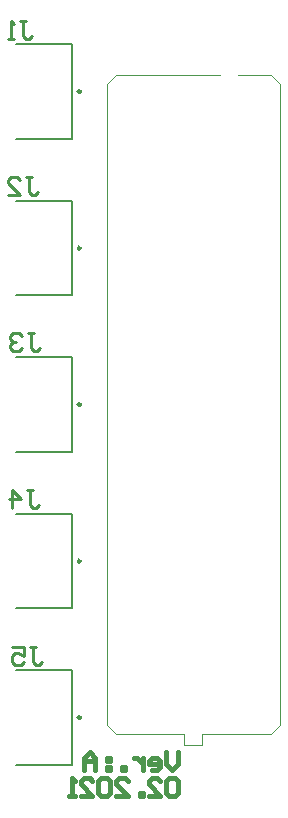
<source format=gbo>
G04*
G04 #@! TF.GenerationSoftware,Altium Limited,Altium Designer,21.1.0 (24)*
G04*
G04 Layer_Color=32896*
%FSLAX44Y44*%
%MOMM*%
G71*
G04*
G04 #@! TF.SameCoordinates,BAFAB9C6-4635-4B56-BF62-033A307C6E1E*
G04*
G04*
G04 #@! TF.FilePolarity,Positive*
G04*
G01*
G75*
%ADD10C,0.2500*%
%ADD11C,0.2000*%
%ADD17C,0.1250*%
%ADD20C,0.4000*%
%ADD27C,0.2540*%
D10*
X-115400Y447500D02*
G03*
X-115400Y447500I-1250J0D01*
G01*
Y580000D02*
G03*
X-115400Y580000I-1250J0D01*
G01*
Y50000D02*
G03*
X-115400Y50000I-1250J0D01*
G01*
Y182500D02*
G03*
X-115400Y182500I-1250J0D01*
G01*
Y315000D02*
G03*
X-115400Y315000I-1250J0D01*
G01*
D11*
X-170000Y407500D02*
X-123000D01*
Y487500D01*
X-170000D02*
X-123000D01*
X-170000Y540000D02*
X-123000D01*
Y620000D01*
X-170000D02*
X-123000D01*
X-170000Y10000D02*
X-123000D01*
Y90000D01*
X-170000D02*
X-123000D01*
X-170000Y142500D02*
X-123000D01*
Y222500D01*
X-170000D02*
X-123000D01*
X-170000Y275000D02*
X-123000D01*
Y355000D01*
X-170000D02*
X-123000D01*
D17*
X-85766Y593884D02*
X2500D01*
X17500D02*
X45805D01*
X53425Y78519D02*
Y551466D01*
X-93387Y78519D02*
Y551466D01*
Y43720D02*
Y78519D01*
Y43720D02*
X-85766Y36100D01*
X53425Y551466D02*
Y586264D01*
X45805Y593884D02*
X53425Y586264D01*
X-93387D02*
X-85766Y593884D01*
X-93387Y551466D02*
Y586264D01*
X-85766Y36100D02*
X-27601D01*
Y27210D02*
Y36100D01*
Y27210D02*
X-12361D01*
Y36100D01*
X45805D01*
X53425Y43720D01*
Y78519D01*
D20*
X-33000Y-4004D02*
X-35499Y-1505D01*
X-40498D01*
X-42997Y-4004D01*
Y-14001D01*
X-40498Y-16500D01*
X-35499D01*
X-33000Y-14001D01*
Y-4004D01*
X-57992Y-16500D02*
X-47995D01*
X-57992Y-6503D01*
Y-4004D01*
X-55493Y-1505D01*
X-50494D01*
X-47995Y-4004D01*
X-62990Y-16500D02*
Y-14001D01*
X-65490D01*
Y-16500D01*
X-62990D01*
X-85483D02*
X-75486D01*
X-85483Y-6503D01*
Y-4004D01*
X-82984Y-1505D01*
X-77985D01*
X-75486Y-4004D01*
X-90481D02*
X-92981Y-1505D01*
X-97979D01*
X-100478Y-4004D01*
Y-14001D01*
X-97979Y-16500D01*
X-92981D01*
X-90481Y-14001D01*
Y-4004D01*
X-115473Y-16500D02*
X-105477D01*
X-115473Y-6503D01*
Y-4004D01*
X-112974Y-1505D01*
X-107976D01*
X-105477Y-4004D01*
X-120472Y-16500D02*
X-125470D01*
X-122971D01*
Y-1505D01*
X-120472Y-4004D01*
X-33000Y20995D02*
Y10998D01*
X-37998Y6000D01*
X-42997Y10998D01*
Y20995D01*
X-55493Y6000D02*
X-50494D01*
X-47995Y8499D01*
Y13498D01*
X-50494Y15997D01*
X-55493D01*
X-57992Y13498D01*
Y10998D01*
X-47995D01*
X-62990Y15997D02*
Y6000D01*
Y10998D01*
X-65490Y13498D01*
X-67989Y15997D01*
X-70488D01*
X-77985Y6000D02*
Y8499D01*
X-80485D01*
Y6000D01*
X-77985D01*
X-90481Y15997D02*
X-92981D01*
Y13498D01*
X-90481D01*
Y15997D01*
Y8499D02*
X-92981D01*
Y6000D01*
X-90481D01*
Y8499D01*
X-102977Y6000D02*
Y15997D01*
X-107976Y20995D01*
X-112974Y15997D01*
Y6000D01*
Y13498D01*
X-102977D01*
D27*
X-158461Y110118D02*
X-153383D01*
X-155922D01*
Y97422D01*
X-153383Y94882D01*
X-150843D01*
X-148304Y97422D01*
X-173696Y110118D02*
X-163539D01*
Y102500D01*
X-168618Y105039D01*
X-171157D01*
X-173696Y102500D01*
Y97422D01*
X-171157Y94882D01*
X-166078D01*
X-163539Y97422D01*
X-160961Y243118D02*
X-155883D01*
X-158422D01*
Y230422D01*
X-155883Y227882D01*
X-153343D01*
X-150804Y230422D01*
X-173657Y227882D02*
Y243118D01*
X-166039Y235500D01*
X-176196D01*
X-160211Y375368D02*
X-155133D01*
X-157672D01*
Y362672D01*
X-155133Y360132D01*
X-152593D01*
X-150054Y362672D01*
X-165289Y372828D02*
X-167828Y375368D01*
X-172907D01*
X-175446Y372828D01*
Y370289D01*
X-172907Y367750D01*
X-170368D01*
X-172907D01*
X-175446Y365211D01*
Y362672D01*
X-172907Y360132D01*
X-167828D01*
X-165289Y362672D01*
X-161461Y507368D02*
X-156383D01*
X-158922D01*
Y494672D01*
X-156383Y492132D01*
X-153843D01*
X-151304Y494672D01*
X-176696Y492132D02*
X-166539D01*
X-176696Y502289D01*
Y504828D01*
X-174157Y507368D01*
X-169078D01*
X-166539Y504828D01*
X-166500Y640117D02*
X-161422D01*
X-163961D01*
Y627422D01*
X-161422Y624883D01*
X-158883D01*
X-156343Y627422D01*
X-171578Y624883D02*
X-176657D01*
X-174118D01*
Y640117D01*
X-171578Y637578D01*
M02*

</source>
